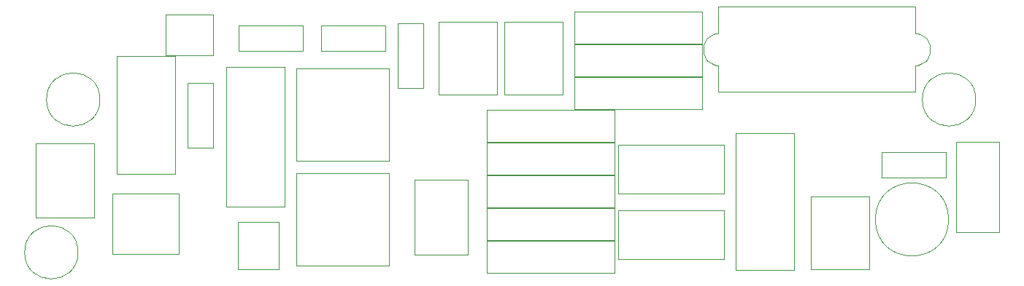
<source format=gbr>
G04 #@! TF.GenerationSoftware,KiCad,Pcbnew,5.1.5-1.fc31*
G04 #@! TF.CreationDate,2020-04-28T16:33:23+01:00*
G04 #@! TF.ProjectId,ReversingCam_FSAV433_ATTINY85_v3.2,52657665-7273-4696-9e67-43616d5f4653,V3.2*
G04 #@! TF.SameCoordinates,Original*
G04 #@! TF.FileFunction,Other,User*
%FSLAX46Y46*%
G04 Gerber Fmt 4.6, Leading zero omitted, Abs format (unit mm)*
G04 Created by KiCad (PCBNEW 5.1.5-1.fc31) date 2020-04-28 16:33:23*
%MOMM*%
%LPD*%
G04 APERTURE LIST*
%ADD10C,0.050000*%
G04 APERTURE END LIST*
D10*
X36790000Y-47300000D02*
X36790000Y-54300000D01*
X44490000Y-47300000D02*
X44490000Y-54300000D01*
X44490000Y-54300000D02*
X36790000Y-54300000D01*
X44490000Y-47300000D02*
X36790000Y-47300000D01*
X58908000Y-30710000D02*
X58908000Y-27710000D01*
X58908000Y-27710000D02*
X51408000Y-27710000D01*
X51408000Y-27710000D02*
X51408000Y-30710000D01*
X51408000Y-30710000D02*
X58908000Y-30710000D01*
X56760000Y-32520000D02*
X49960000Y-32520000D01*
X49960000Y-32520000D02*
X49960000Y-48760000D01*
X49960000Y-48760000D02*
X56760000Y-48760000D01*
X56760000Y-48760000D02*
X56760000Y-32520000D01*
X72874000Y-34952000D02*
X72874000Y-27452000D01*
X69874000Y-34952000D02*
X72874000Y-34952000D01*
X69874000Y-27452000D02*
X69874000Y-34952000D01*
X72874000Y-27452000D02*
X69874000Y-27452000D01*
X117800000Y-56036000D02*
X124550000Y-56036000D01*
X124550000Y-56036000D02*
X124550000Y-47636000D01*
X124550000Y-47636000D02*
X117800000Y-47636000D01*
X117800000Y-47636000D02*
X117800000Y-56036000D01*
X56070000Y-50610000D02*
X56070000Y-56070000D01*
X56070000Y-50610000D02*
X51330000Y-50610000D01*
X51330000Y-56070000D02*
X56070000Y-56070000D01*
X51330000Y-56070000D02*
X51330000Y-50610000D01*
X42990000Y-26480000D02*
X48450000Y-26480000D01*
X42990000Y-26480000D02*
X42990000Y-31220000D01*
X48450000Y-31220000D02*
X48450000Y-26480000D01*
X48450000Y-31220000D02*
X42990000Y-31220000D01*
X134660000Y-41230000D02*
X134660000Y-51730000D01*
X139660000Y-41230000D02*
X139660000Y-51730000D01*
X139660000Y-41230000D02*
X134660000Y-41230000D01*
X139660000Y-51730000D02*
X134660000Y-51730000D01*
X95030000Y-45140000D02*
X80230000Y-45140000D01*
X95030000Y-48840000D02*
X95030000Y-45140000D01*
X80230000Y-48840000D02*
X95030000Y-48840000D01*
X80230000Y-45140000D02*
X80230000Y-48840000D01*
X95030000Y-45030000D02*
X95030000Y-41330000D01*
X95030000Y-41330000D02*
X80230000Y-41330000D01*
X80230000Y-41330000D02*
X80230000Y-45030000D01*
X80230000Y-45030000D02*
X95030000Y-45030000D01*
X105190000Y-29790000D02*
X105190000Y-26090000D01*
X105190000Y-26090000D02*
X90390000Y-26090000D01*
X90390000Y-26090000D02*
X90390000Y-29790000D01*
X90390000Y-29790000D02*
X105190000Y-29790000D01*
X80230000Y-41220000D02*
X95030000Y-41220000D01*
X80230000Y-37520000D02*
X80230000Y-41220000D01*
X95030000Y-37520000D02*
X80230000Y-37520000D01*
X95030000Y-41220000D02*
X95030000Y-37520000D01*
X95430000Y-47270000D02*
X107730000Y-47270000D01*
X95430000Y-41620000D02*
X95430000Y-47270000D01*
X107730000Y-41620000D02*
X95430000Y-41620000D01*
X107730000Y-47270000D02*
X107730000Y-41620000D01*
X107730000Y-54890000D02*
X107730000Y-49240000D01*
X107730000Y-49240000D02*
X95430000Y-49240000D01*
X95430000Y-49240000D02*
X95430000Y-54890000D01*
X95430000Y-54890000D02*
X107730000Y-54890000D01*
X129944000Y-25530000D02*
X129944000Y-28630000D01*
X107044000Y-25530000D02*
X129944000Y-25530000D01*
X129944000Y-35430000D02*
X107044000Y-35430000D01*
X129944000Y-32330000D02*
X129944000Y-35430000D01*
X107044000Y-32330000D02*
X107044000Y-35430000D01*
X107044000Y-28630000D02*
X107044000Y-25530000D01*
X107044000Y-32330000D02*
X106794000Y-32330000D01*
X105344000Y-30030000D02*
X105344000Y-30930000D01*
X105344000Y-30930000D02*
X105744000Y-31730000D01*
X105744000Y-31730000D02*
X106444000Y-32230000D01*
X106444000Y-32230000D02*
X106794000Y-32330000D01*
X107044000Y-28630000D02*
X106794000Y-28630000D01*
X106794000Y-28630000D02*
X106444000Y-28730000D01*
X106444000Y-28730000D02*
X105744000Y-29230000D01*
X105744000Y-29230000D02*
X105344000Y-30030000D01*
X129944000Y-32330000D02*
X130194000Y-32330000D01*
X130194000Y-32330000D02*
X130544000Y-32230000D01*
X130544000Y-32230000D02*
X131244000Y-31730000D01*
X131644000Y-30930000D02*
X131644000Y-30030000D01*
X131244000Y-29230000D02*
X130544000Y-28730000D01*
X130544000Y-28730000D02*
X130194000Y-28630000D01*
X130194000Y-28630000D02*
X129944000Y-28630000D01*
X131244000Y-29230000D02*
X131644000Y-30030000D01*
X131644000Y-30930000D02*
X131244000Y-31730000D01*
X68840000Y-44882000D02*
X58140000Y-44882000D01*
X68840000Y-55682000D02*
X68840000Y-44882000D01*
X58140000Y-55682000D02*
X68840000Y-55682000D01*
X58140000Y-44882000D02*
X58140000Y-55682000D01*
X71860000Y-45698000D02*
X71860000Y-54348000D01*
X71860000Y-54348000D02*
X78010000Y-54348000D01*
X78010000Y-54348000D02*
X78010000Y-45698000D01*
X78010000Y-45698000D02*
X71860000Y-45698000D01*
X32800000Y-54100000D02*
G75*
G03X32800000Y-54100000I-3100000J0D01*
G01*
X35340000Y-36320000D02*
G75*
G03X35340000Y-36320000I-3100000J0D01*
G01*
X136940000Y-36320000D02*
G75*
G03X136940000Y-36320000I-3100000J0D01*
G01*
X133790000Y-50272000D02*
G75*
G03X133790000Y-50272000I-4250000J0D01*
G01*
X133504000Y-42442000D02*
X126004000Y-42442000D01*
X133504000Y-45442000D02*
X133504000Y-42442000D01*
X126004000Y-45442000D02*
X133504000Y-45442000D01*
X126004000Y-42442000D02*
X126004000Y-45442000D01*
X60980000Y-27710000D02*
X60980000Y-30710000D01*
X60980000Y-30710000D02*
X68480000Y-30710000D01*
X68480000Y-30710000D02*
X68480000Y-27710000D01*
X68480000Y-27710000D02*
X60980000Y-27710000D01*
X45490000Y-41890000D02*
X48490000Y-41890000D01*
X48490000Y-41890000D02*
X48490000Y-34390000D01*
X48490000Y-34390000D02*
X45490000Y-34390000D01*
X45490000Y-34390000D02*
X45490000Y-41890000D01*
X44060000Y-31250000D02*
X37260000Y-31250000D01*
X37260000Y-31250000D02*
X37260000Y-44950000D01*
X37260000Y-44950000D02*
X44060000Y-44950000D01*
X44060000Y-44950000D02*
X44060000Y-31250000D01*
X34662000Y-41410000D02*
X27862000Y-41410000D01*
X27862000Y-41410000D02*
X27862000Y-50030000D01*
X27862000Y-50030000D02*
X34662000Y-50030000D01*
X34662000Y-50030000D02*
X34662000Y-41410000D01*
X74620000Y-35716000D02*
X81370000Y-35716000D01*
X81370000Y-35716000D02*
X81370000Y-27316000D01*
X81370000Y-27316000D02*
X74620000Y-27316000D01*
X74620000Y-27316000D02*
X74620000Y-35716000D01*
X82240000Y-27316000D02*
X82240000Y-35716000D01*
X88990000Y-27316000D02*
X82240000Y-27316000D01*
X88990000Y-35716000D02*
X88990000Y-27316000D01*
X82240000Y-35716000D02*
X88990000Y-35716000D01*
X115880000Y-40230000D02*
X109130000Y-40230000D01*
X109130000Y-40230000D02*
X109130000Y-56130000D01*
X109130000Y-56130000D02*
X115880000Y-56130000D01*
X115880000Y-56130000D02*
X115880000Y-40230000D01*
X95030000Y-52650000D02*
X95030000Y-48950000D01*
X95030000Y-48950000D02*
X80230000Y-48950000D01*
X80230000Y-48950000D02*
X80230000Y-52650000D01*
X80230000Y-52650000D02*
X95030000Y-52650000D01*
X90390000Y-33600000D02*
X105190000Y-33600000D01*
X90390000Y-29900000D02*
X90390000Y-33600000D01*
X105190000Y-29900000D02*
X90390000Y-29900000D01*
X105190000Y-33600000D02*
X105190000Y-29900000D01*
X80230000Y-52760000D02*
X80230000Y-56460000D01*
X80230000Y-56460000D02*
X95030000Y-56460000D01*
X95030000Y-56460000D02*
X95030000Y-52760000D01*
X95030000Y-52760000D02*
X80230000Y-52760000D01*
X90390000Y-37410000D02*
X105190000Y-37410000D01*
X90390000Y-33710000D02*
X90390000Y-37410000D01*
X105190000Y-33710000D02*
X90390000Y-33710000D01*
X105190000Y-37410000D02*
X105190000Y-33710000D01*
X58140000Y-32690000D02*
X58140000Y-43490000D01*
X58140000Y-43490000D02*
X68840000Y-43490000D01*
X68840000Y-43490000D02*
X68840000Y-32690000D01*
X68840000Y-32690000D02*
X58140000Y-32690000D01*
M02*

</source>
